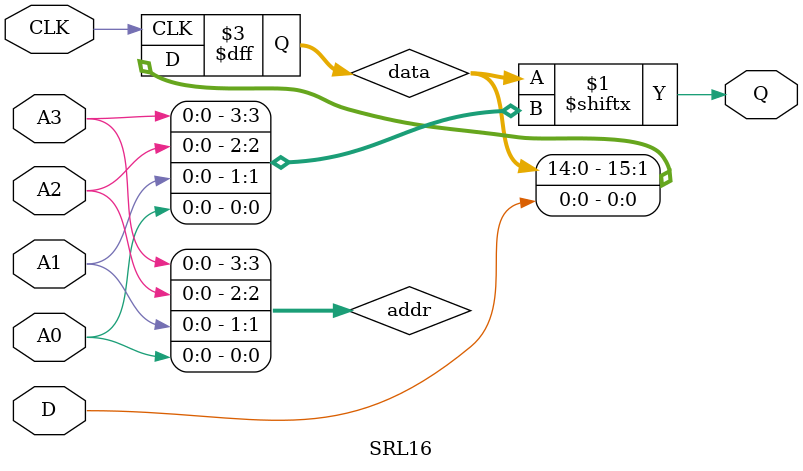
<source format=v>

/*

FUNCTION    : 16 bit Shift Register LUT

*/

//`celldefine
`timescale  100 ps / 10 ps

module SRL16 (Q, A0, A1, A2, A3, CLK, D);

    parameter INIT = 16'h0000;

    output Q;

    input  A0, A1, A2, A3, CLK, D;

    reg  [5:0]  count;
    reg  [15:0] data;
    wire [3:0]  addr;
    wire    q_int;

    buf b_a3 (addr[3], A3);
    buf b_a2 (addr[2], A2);
    buf b_a1 (addr[1], A1);
    buf b_a0 (addr[0], A0);

    assign Q = data[addr];

// synopsys translate_off
    initial begin
    for (count = 0; count < 16; count = count + 1)
        data[count] <= INIT[count];
    end
// synopsys translate_on

    always @(posedge CLK) begin
    {data[15:0]} <= {data[14:0], D};
    end

endmodule

</source>
